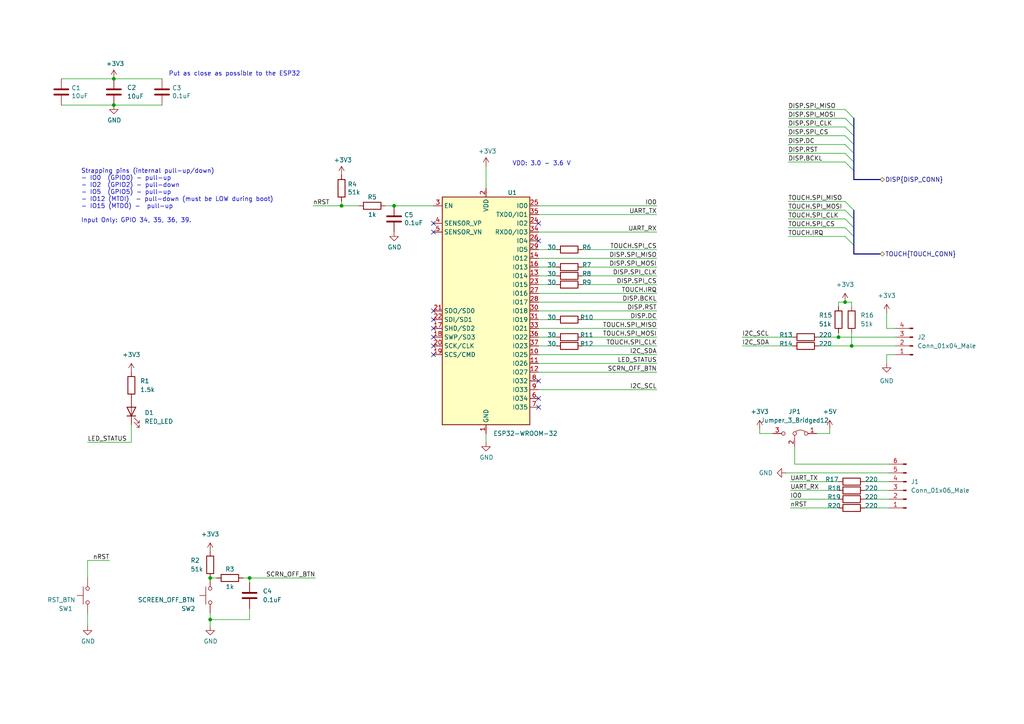
<source format=kicad_sch>
(kicad_sch (version 20211123) (generator eeschema)
  (paper "A4")
  (title_block (title "MCU") (date "2022/01/18") (rev "v0.1") (company "Bzgec"))
  (lib_symbols
    (symbol "Connector:Conn_01x04_Male" (pin_names (offset 1.016) hide)
      (property "Reference" "J" (at 0 5.08 0))
      (property "Value" "Conn_01x04_Male" (at 0 -7.62 0))
      (symbol "Conn_01x04_Male_1_1"
        (polyline (pts (xy 1.27 -5.08) (xy 0.8636 -5.08)) (stroke (width 0.1524)))
        (polyline (pts (xy 1.27 -2.54) (xy 0.8636 -2.54)) (stroke (width 0.1524)))
        (polyline (pts (xy 1.27 0) (xy 0.8636 0)) (stroke (width 0.1524)))
        (polyline (pts (xy 1.27 2.54) (xy 0.8636 2.54)) (stroke (width 0.1524)))
        (rectangle (start 0.8636 -4.953) (end 0 -5.207) (stroke (width 0.1524)) (fill (type outline)))
        (rectangle (start 0.8636 -2.413) (end 0 -2.667) (stroke (width 0.1524)) (fill (type outline)))
        (rectangle (start 0.8636 0.127) (end 0 -0.127) (stroke (width 0.1524)) (fill (type outline)))
        (rectangle (start 0.8636 2.667) (end 0 2.413) (stroke (width 0.1524)) (fill (type outline)))
        (pin passive line (at 5.08 2.54 180) (length 3.81) (name "Pin_1") (number "1"))
        (pin passive line (at 5.08 0 180) (length 3.81) (name "Pin_2") (number "2"))
        (pin passive line (at 5.08 -2.54 180) (length 3.81) (name "Pin_3") (number "3"))
        (pin passive line (at 5.08 -5.08 180) (length 3.81) (name "Pin_4") (number "4"))
      )
    )
    (symbol "Connector:Conn_01x06_Male" (pin_names (offset 1.016) hide)
      (property "Reference" "J" (at 0 7.62 0))
      (property "Value" "Conn_01x06_Male" (at 0 -10.16 0))
      (symbol "Conn_01x06_Male_1_1"
        (polyline (pts (xy 1.27 -7.62) (xy 0.8636 -7.62)) (stroke (width 0.1524)))
        (polyline (pts (xy 1.27 -5.08) (xy 0.8636 -5.08)) (stroke (width 0.1524)))
        (polyline (pts (xy 1.27 -2.54) (xy 0.8636 -2.54)) (stroke (width 0.1524)))
        (polyline (pts (xy 1.27 0) (xy 0.8636 0)) (stroke (width 0.1524)))
        (polyline (pts (xy 1.27 2.54) (xy 0.8636 2.54)) (stroke (width 0.1524)))
        (polyline (pts (xy 1.27 5.08) (xy 0.8636 5.08)) (stroke (width 0.1524)))
        (rectangle (start 0.8636 -7.493) (end 0 -7.747) (stroke (width 0.1524)) (fill (type outline)))
        (rectangle (start 0.8636 -4.953) (end 0 -5.207) (stroke (width 0.1524)) (fill (type outline)))
        (rectangle (start 0.8636 -2.413) (end 0 -2.667) (stroke (width 0.1524)) (fill (type outline)))
        (rectangle (start 0.8636 0.127) (end 0 -0.127) (stroke (width 0.1524)) (fill (type outline)))
        (rectangle (start 0.8636 2.667) (end 0 2.413) (stroke (width 0.1524)) (fill (type outline)))
        (rectangle (start 0.8636 5.207) (end 0 4.953) (stroke (width 0.1524)) (fill (type outline)))
        (pin passive line (at 5.08 5.08 180) (length 3.81) (name "Pin_1") (number "1"))
        (pin passive line (at 5.08 2.54 180) (length 3.81) (name "Pin_2") (number "2"))
        (pin passive line (at 5.08 0 180) (length 3.81) (name "Pin_3") (number "3"))
        (pin passive line (at 5.08 -2.54 180) (length 3.81) (name "Pin_4") (number "4"))
        (pin passive line (at 5.08 -5.08 180) (length 3.81) (name "Pin_5") (number "5"))
        (pin passive line (at 5.08 -7.62 180) (length 3.81) (name "Pin_6") (number "6"))
      )
    )
    (symbol "Device:C" (pin_numbers hide) (pin_names (offset 0.254))
      (property "Reference" "C" (at 0.635 2.54 0))
      (property "Value" "C" (at 0.635 -2.54 0))
      (symbol "C_0_1"
        (polyline (pts (xy -2.032 -0.762) (xy 2.032 -0.762)) (stroke (width 0.508)))
        (polyline (pts (xy -2.032 0.762) (xy 2.032 0.762)) (stroke (width 0.508)))
      )
      (symbol "C_1_1"
        (pin passive line (at 0 3.81 270) (length 2.794) (name "~") (number "1"))
        (pin passive line (at 0 -3.81 90) (length 2.794) (name "~") (number "2"))
      )
    )
    (symbol "Device:LED" (pin_numbers hide) (pin_names (offset 1.016) hide)
      (property "Reference" "D" (at 0 2.54 0))
      (property "Value" "LED" (at 0 -2.54 0))
      (symbol "LED_0_1"
        (polyline (pts (xy -1.27 -1.27) (xy -1.27 1.27)) (stroke (width 0.254)))
        (polyline (pts (xy -1.27 0) (xy 1.27 0)))
        (polyline (pts (xy 1.27 -1.27) (xy 1.27 1.27) (xy -1.27 0) (xy 1.27 -1.27)) (stroke (width 0.254)))
        (polyline (pts (xy -3.048 -0.762) (xy -4.572 -2.286) (xy -3.81 -2.286) (xy -4.572 -2.286) (xy -4.572 -1.524)))
        (polyline (pts (xy -1.778 -0.762) (xy -3.302 -2.286) (xy -2.54 -2.286) (xy -3.302 -2.286) (xy -3.302 -1.524)))
      )
      (symbol "LED_1_1"
        (pin passive line (at -3.81 0 0) (length 2.54) (name "K") (number "1"))
        (pin passive line (at 3.81 0 180) (length 2.54) (name "A") (number "2"))
      )
    )
    (symbol "Device:R" (pin_numbers hide) (pin_names (offset 0))
      (property "Reference" "R" (at 2.032 0 90))
      (property "Value" "R" (at 0 0 90))
      (symbol "R_0_1"
        (rectangle (start -1.016 -2.54) (end 1.016 2.54) (stroke (width 0.254)))
      )
      (symbol "R_1_1"
        (pin passive line (at 0 3.81 270) (length 1.27) (name "~") (number "1"))
        (pin passive line (at 0 -3.81 90) (length 1.27) (name "~") (number "2"))
      )
    )
    (symbol "Jumper:Jumper_3_Bridged12" (pin_names (offset 0) hide)
      (property "Reference" "JP" (at -2.54 -2.54 0))
      (property "Value" "Jumper_3_Bridged12" (at 0 2.794 0))
      (symbol "Jumper_3_Bridged12_0_0"
        (circle (center -3.302 0) (radius 0.508))
        (circle (center 0 0) (radius 0.508))
        (circle (center 3.302 0) (radius 0.508))
      )
      (symbol "Jumper_3_Bridged12_0_1"
        (arc (start -0.254 0.508) (mid -1.651 0.9912) (end -3.048 0.508))
        (polyline (pts (xy 0 -1.27) (xy 0 -0.508)))
      )
      (symbol "Jumper_3_Bridged12_1_1"
        (pin passive line (at -6.35 0 0) (length 2.54) (name "A") (number "1"))
        (pin input line (at 0 -3.81 90) (length 2.54) (name "C") (number "2"))
        (pin passive line (at 6.35 0 180) (length 2.54) (name "B") (number "3"))
      )
    )
    (symbol "RF_Module:ESP32-WROOM-32"
      (property "Reference" "U" (at -12.7 34.29 0))
      (property "Value" "ESP32-WROOM-32" (at 1.27 34.29 0))
      (symbol "ESP32-WROOM-32_0_1"
        (rectangle (start -12.7 33.02) (end 12.7 -33.02) (stroke (width 0.254)) (fill (type background)))
      )
      (symbol "ESP32-WROOM-32_1_1"
        (pin power_in line (at 0 -35.56 90) (length 2.54) (name "GND") (number "1"))
        (pin bidirectional line (at 15.24 -12.7 180) (length 2.54) (name "IO25") (number "10"))
        (pin bidirectional line (at 15.24 -15.24 180) (length 2.54) (name "IO26") (number "11"))
        (pin bidirectional line (at 15.24 -17.78 180) (length 2.54) (name "IO27") (number "12"))
        (pin bidirectional line (at 15.24 10.16 180) (length 2.54) (name "IO14") (number "13"))
        (pin bidirectional line (at 15.24 15.24 180) (length 2.54) (name "IO12") (number "14"))
        (pin passive line (at 0 -35.56 90) (length 2.54) hide (name "GND") (number "15"))
        (pin bidirectional line (at 15.24 12.7 180) (length 2.54) (name "IO13") (number "16"))
        (pin bidirectional line (at -15.24 -5.08 0) (length 2.54) (name "SHD/SD2") (number "17"))
        (pin bidirectional line (at -15.24 -7.62 0) (length 2.54) (name "SWP/SD3") (number "18"))
        (pin bidirectional line (at -15.24 -12.7 0) (length 2.54) (name "SCS/CMD") (number "19"))
        (pin power_in line (at 0 35.56 270) (length 2.54) (name "VDD") (number "2"))
        (pin bidirectional line (at -15.24 -10.16 0) (length 2.54) (name "SCK/CLK") (number "20"))
        (pin bidirectional line (at -15.24 0 0) (length 2.54) (name "SDO/SD0") (number "21"))
        (pin bidirectional line (at -15.24 -2.54 0) (length 2.54) (name "SDI/SD1") (number "22"))
        (pin bidirectional line (at 15.24 7.62 180) (length 2.54) (name "IO15") (number "23"))
        (pin bidirectional line (at 15.24 25.4 180) (length 2.54) (name "IO2") (number "24"))
        (pin bidirectional line (at 15.24 30.48 180) (length 2.54) (name "IO0") (number "25"))
        (pin bidirectional line (at 15.24 20.32 180) (length 2.54) (name "IO4") (number "26"))
        (pin bidirectional line (at 15.24 5.08 180) (length 2.54) (name "IO16") (number "27"))
        (pin bidirectional line (at 15.24 2.54 180) (length 2.54) (name "IO17") (number "28"))
        (pin bidirectional line (at 15.24 17.78 180) (length 2.54) (name "IO5") (number "29"))
        (pin input line (at -15.24 30.48 0) (length 2.54) (name "EN") (number "3"))
        (pin bidirectional line (at 15.24 0 180) (length 2.54) (name "IO18") (number "30"))
        (pin bidirectional line (at 15.24 -2.54 180) (length 2.54) (name "IO19") (number "31"))
        (pin no_connect line (at -12.7 -27.94 0) (length 2.54) hide (name "NC") (number "32"))
        (pin bidirectional line (at 15.24 -5.08 180) (length 2.54) (name "IO21") (number "33"))
        (pin bidirectional line (at 15.24 22.86 180) (length 2.54) (name "RXD0/IO3") (number "34"))
        (pin bidirectional line (at 15.24 27.94 180) (length 2.54) (name "TXD0/IO1") (number "35"))
        (pin bidirectional line (at 15.24 -7.62 180) (length 2.54) (name "IO22") (number "36"))
        (pin bidirectional line (at 15.24 -10.16 180) (length 2.54) (name "IO23") (number "37"))
        (pin passive line (at 0 -35.56 90) (length 2.54) hide (name "GND") (number "38"))
        (pin passive line (at 0 -35.56 90) (length 2.54) hide (name "GND") (number "39"))
        (pin input line (at -15.24 25.4 0) (length 2.54) (name "SENSOR_VP") (number "4"))
        (pin input line (at -15.24 22.86 0) (length 2.54) (name "SENSOR_VN") (number "5"))
        (pin input line (at 15.24 -25.4 180) (length 2.54) (name "IO34") (number "6"))
        (pin input line (at 15.24 -27.94 180) (length 2.54) (name "IO35") (number "7"))
        (pin bidirectional line (at 15.24 -20.32 180) (length 2.54) (name "IO32") (number "8"))
        (pin bidirectional line (at 15.24 -22.86 180) (length 2.54) (name "IO33") (number "9"))
      )
    )
    (symbol "Switch:SW_Push" (pin_numbers hide) (pin_names (offset 1.016) hide)
      (property "Reference" "SW" (at 1.27 2.54 0))
      (property "Value" "SW_Push" (at 0 -1.524 0))
      (symbol "SW_Push_0_1"
        (circle (center -2.032 0) (radius 0.508))
        (polyline (pts (xy 0 1.27) (xy 0 3.048)))
        (polyline (pts (xy 2.54 1.27) (xy -2.54 1.27)))
        (circle (center 2.032 0) (radius 0.508))
        (pin passive line (at -5.08 0 0) (length 2.54) (name "1") (number "1"))
        (pin passive line (at 5.08 0 180) (length 2.54) (name "2") (number "2"))
      )
    )
    (symbol "power:+3.3V" (power) (pin_names (offset 0))
      (property "Value" "+3.3V" (at 0 3.556 0))
      (symbol "+3.3V_0_1"
        (polyline (pts (xy -0.762 1.27) (xy 0 2.54)))
        (polyline (pts (xy 0 0) (xy 0 2.54)))
        (polyline (pts (xy 0 2.54) (xy 0.762 1.27)))
      )
      (symbol "+3.3V_1_1"
        (pin power_in line (at 0 0 90) (length 0) hide (name "+3V3") (number "1"))
      )
    )
    (symbol "power:+5V" (power) (pin_names (offset 0))
      (property "Value" "+5V" (at 0 3.556 0))
      (symbol "+5V_0_1"
        (polyline (pts (xy -0.762 1.27) (xy 0 2.54)))
        (polyline (pts (xy 0 0) (xy 0 2.54)))
        (polyline (pts (xy 0 2.54) (xy 0.762 1.27)))
      )
      (symbol "+5V_1_1"
        (pin power_in line (at 0 0 90) (length 0) hide (name "+5V") (number "1"))
      )
    )
    (symbol "power:GND" (power) (pin_names (offset 0))
      (property "Value" "GND" (at 0 -3.81 0))
      (symbol "GND_0_1"
        (polyline (pts (xy 0 0) (xy 0 -1.27) (xy 1.27 -1.27) (xy 0 -2.54) (xy -1.27 -1.27) (xy 0 -1.27)))
      )
      (symbol "GND_1_1"
        (pin power_in line (at 0 0 270) (length 0) hide (name "GND") (number "1"))
      )
    )
  )
  (bus_alias "TOUCH_CONN" (members "SPI_MISO" "SPI_MOSI" "SPI_CLK" "SPI_CS" "IRQ"))
  (junction (at 33.02 22.86))
  (junction (at 245.11 87.63))
  (junction (at 60.96 167.64))
  (junction (at 60.96 179.705))
  (junction (at 247.015 100.33))
  (junction (at 243.205 97.79))
  (junction (at 72.39 167.64))
  (junction (at 99.06 59.69))
  (junction (at 114.3 59.69))
  (junction (at 33.02 30.48))
  (no_connect (at 125.73 97.79))
  (no_connect (at 125.73 95.25))
  (no_connect (at 156.21 115.57))
  (no_connect (at 156.21 118.11))
  (no_connect (at 125.73 67.31))
  (no_connect (at 125.73 100.33))
  (no_connect (at 156.21 64.77))
  (no_connect (at 156.21 69.85))
  (no_connect (at 125.73 90.17))
  (no_connect (at 125.73 64.77))
  (no_connect (at 125.73 92.71))
  (no_connect (at 156.21 110.49))
  (no_connect (at 125.73 102.87))
  (bus_entry (at 245.11 60.96) (size 2.54 2.54))
  (bus_entry (at 245.11 34.29) (size 2.54 2.54))
  (bus_entry (at 245.11 68.58) (size 2.54 2.54))
  (bus_entry (at 245.11 41.91) (size 2.54 2.54))
  (bus_entry (at 245.11 66.04) (size 2.54 2.54))
  (bus_entry (at 245.11 63.5) (size 2.54 2.54))
  (bus_entry (at 245.11 39.37) (size 2.54 2.54))
  (bus_entry (at 245.11 46.99) (size 2.54 2.54))
  (bus_entry (at 245.11 58.42) (size 2.54 2.54))
  (bus_entry (at 245.11 31.75) (size 2.54 2.54))
  (bus_entry (at 245.11 36.83) (size 2.54 2.54))
  (bus_entry (at 245.11 44.45) (size 2.54 2.54))
  (wire (pts (xy 243.205 97.79) (xy 259.715 97.79)))
  (wire (pts (xy 245.11 60.96) (xy 228.6 60.96)))
  (wire (pts (xy 156.21 85.09) (xy 190.5 85.09)))
  (wire (pts (xy 228.6 46.99) (xy 245.11 46.99)))
  (wire (pts (xy 33.02 22.86) (xy 46.99 22.86)))
  (wire (pts (xy 257.175 105.41) (xy 257.175 102.87)))
  (wire (pts (xy 99.06 59.69) (xy 104.14 59.69)))
  (wire (pts (xy 17.78 22.86) (xy 33.02 22.86)))
  (wire (pts (xy 245.11 87.63) (xy 247.015 87.63)))
  (wire (pts (xy 90.805 59.69) (xy 99.06 59.69)))
  (bus (pts (xy 247.65 39.37) (xy 247.65 41.91)))
  (wire (pts (xy 245.11 39.37) (xy 228.6 39.37)))
  (wire (pts (xy 227.965 137.16) (xy 257.81 137.16)))
  (wire (pts (xy 156.21 107.95) (xy 190.5 107.95)))
  (wire (pts (xy 156.21 67.31) (xy 190.5 67.31)))
  (wire (pts (xy 156.21 113.03) (xy 190.5 113.03)))
  (wire (pts (xy 247.015 100.33) (xy 259.715 100.33)))
  (bus (pts (xy 247.65 49.53) (xy 247.65 52.07)))
  (wire (pts (xy 72.39 176.53) (xy 72.39 179.705)))
  (bus (pts (xy 247.65 60.96) (xy 247.65 63.5)))
  (wire (pts (xy 60.96 179.705) (xy 60.96 181.61)))
  (wire (pts (xy 99.06 58.42) (xy 99.06 59.69)))
  (bus (pts (xy 247.65 73.66) (xy 255.27 73.66)))
  (wire (pts (xy 228.6 36.83) (xy 245.11 36.83)))
  (wire (pts (xy 229.235 147.32) (xy 243.205 147.32)))
  (wire (pts (xy 236.855 125.73) (xy 240.665 125.73)))
  (wire (pts (xy 228.6 31.75) (xy 245.11 31.75)))
  (wire (pts (xy 168.91 82.55) (xy 190.5 82.55)))
  (bus (pts (xy 247.65 71.12) (xy 247.65 73.66)))
  (wire (pts (xy 237.49 97.79) (xy 243.205 97.79)))
  (bus (pts (xy 247.65 46.99) (xy 247.65 49.53)))
  (wire (pts (xy 25.4 162.56) (xy 25.4 167.64)))
  (wire (pts (xy 228.6 41.91) (xy 245.11 41.91)))
  (wire (pts (xy 243.205 87.63) (xy 243.205 88.9)))
  (wire (pts (xy 156.21 95.25) (xy 190.5 95.25)))
  (wire (pts (xy 111.76 59.69) (xy 114.3 59.69)))
  (wire (pts (xy 140.97 128.27) (xy 140.97 125.73)))
  (bus (pts (xy 247.65 34.29) (xy 247.65 36.83)))
  (wire (pts (xy 247.015 96.52) (xy 247.015 100.33)))
  (wire (pts (xy 33.02 30.48) (xy 46.99 30.48)))
  (bus (pts (xy 247.65 41.91) (xy 247.65 44.45)))
  (bus (pts (xy 247.65 63.5) (xy 247.65 66.04)))
  (wire (pts (xy 72.39 167.64) (xy 72.39 168.91)))
  (wire (pts (xy 245.11 66.04) (xy 228.6 66.04)))
  (wire (pts (xy 220.345 124.46) (xy 220.345 125.73)))
  (wire (pts (xy 156.21 72.39) (xy 161.29 72.39)))
  (wire (pts (xy 257.81 139.7) (xy 250.825 139.7)))
  (wire (pts (xy 168.91 97.79) (xy 190.5 97.79)))
  (wire (pts (xy 243.205 96.52) (xy 243.205 97.79)))
  (wire (pts (xy 156.21 87.63) (xy 190.5 87.63)))
  (wire (pts (xy 25.4 177.8) (xy 25.4 181.61)))
  (wire (pts (xy 257.81 142.24) (xy 250.825 142.24)))
  (wire (pts (xy 168.91 80.01) (xy 190.5 80.01)))
  (wire (pts (xy 168.91 77.47) (xy 190.5 77.47)))
  (wire (pts (xy 60.96 179.705) (xy 72.39 179.705)))
  (wire (pts (xy 257.175 102.87) (xy 259.715 102.87)))
  (wire (pts (xy 17.78 30.48) (xy 33.02 30.48)))
  (wire (pts (xy 228.6 63.5) (xy 245.11 63.5)))
  (bus (pts (xy 247.65 36.83) (xy 247.65 39.37)))
  (wire (pts (xy 38.1 128.27) (xy 25.4 128.27)))
  (wire (pts (xy 215.265 97.79) (xy 229.87 97.79)))
  (wire (pts (xy 156.21 74.93) (xy 190.5 74.93)))
  (wire (pts (xy 228.6 68.58) (xy 245.11 68.58)))
  (wire (pts (xy 168.91 72.39) (xy 190.5 72.39)))
  (wire (pts (xy 229.235 142.24) (xy 243.205 142.24)))
  (wire (pts (xy 245.11 34.29) (xy 228.6 34.29)))
  (wire (pts (xy 156.21 92.71) (xy 161.29 92.71)))
  (wire (pts (xy 140.97 48.26) (xy 140.97 54.61)))
  (wire (pts (xy 228.6 58.42) (xy 245.11 58.42)))
  (wire (pts (xy 72.39 167.64) (xy 91.44 167.64)))
  (wire (pts (xy 220.345 125.73) (xy 224.155 125.73)))
  (bus (pts (xy 247.65 44.45) (xy 247.65 46.99)))
  (wire (pts (xy 156.21 100.33) (xy 161.29 100.33)))
  (wire (pts (xy 230.505 129.54) (xy 230.505 134.62)))
  (wire (pts (xy 25.4 162.56) (xy 31.75 162.56)))
  (wire (pts (xy 125.73 59.69) (xy 114.3 59.69)))
  (wire (pts (xy 168.91 100.33) (xy 190.5 100.33)))
  (wire (pts (xy 245.11 87.63) (xy 243.205 87.63)))
  (wire (pts (xy 60.96 177.8) (xy 60.96 179.705)))
  (wire (pts (xy 229.235 139.7) (xy 243.205 139.7)))
  (wire (pts (xy 168.91 92.71) (xy 190.5 92.71)))
  (wire (pts (xy 38.1 123.19) (xy 38.1 128.27)))
  (wire (pts (xy 156.21 62.23) (xy 190.5 62.23)))
  (bus (pts (xy 247.65 52.07) (xy 255.27 52.07)))
  (wire (pts (xy 156.21 80.01) (xy 161.29 80.01)))
  (bus (pts (xy 247.65 66.04) (xy 247.65 68.58)))
  (wire (pts (xy 156.21 90.17) (xy 190.5 90.17)))
  (wire (pts (xy 156.21 97.79) (xy 161.29 97.79)))
  (wire (pts (xy 156.21 77.47) (xy 161.29 77.47)))
  (wire (pts (xy 156.21 82.55) (xy 161.29 82.55)))
  (wire (pts (xy 240.665 125.73) (xy 240.665 124.46)))
  (wire (pts (xy 245.11 44.45) (xy 228.6 44.45)))
  (wire (pts (xy 257.175 95.25) (xy 259.715 95.25)))
  (wire (pts (xy 229.235 144.78) (xy 243.205 144.78)))
  (wire (pts (xy 70.485 167.64) (xy 72.39 167.64)))
  (wire (pts (xy 257.81 144.78) (xy 250.825 144.78)))
  (wire (pts (xy 257.81 147.32) (xy 250.825 147.32)))
  (wire (pts (xy 215.265 100.33) (xy 229.87 100.33)))
  (wire (pts (xy 156.21 59.69) (xy 190.5 59.69)))
  (bus (pts (xy 247.65 68.58) (xy 247.65 71.12)))
  (wire (pts (xy 230.505 134.62) (xy 257.81 134.62)))
  (wire (pts (xy 156.21 105.41) (xy 190.5 105.41)))
  (wire (pts (xy 60.96 167.64) (xy 62.865 167.64)))
  (wire (pts (xy 156.21 102.87) (xy 190.5 102.87)))
  (wire (pts (xy 257.175 90.805) (xy 257.175 95.25)))
  (wire (pts (xy 247.015 87.63) (xy 247.015 88.9)))
  (wire (pts (xy 237.49 100.33) (xy 247.015 100.33)))
  (text "Put as close as possible to the ESP32" (at 48.895 22.225 0) (effects (font (size 1.27 1.27)) (justify left bottom)))
  (text "Strapping pins (internal pull-up/down)\n- IO0  (GPIO0) - pull-up\n- IO2  (GPIO2) - pull-down\n- IO5  (GPIO5) - pull-up\n- IO12 (MTDI)  - pull-down (must be LOW during boot)\n- IO15 (MTDO) -  pull-up\n\nInput Only: GPIO 34, 35, 36, 39." (at 23.495 64.77 0) (effects (font (size 1.27 1.27)) (justify left bottom)))
  (text "VDD: 3.0 - 3.6 V" (at 148.59 48.26 0) (effects (font (size 1.27 1.27)) (justify left bottom)))
  (label "UART_TX" (at 190.5 62.23 180))
  (label "nRST" (at 31.75 162.56 180))
  (label "SCRN_OFF_BTN" (at 91.44 167.64 180))
  (label "DISP.BCKL" (at 190.5 87.63 180))
  (label "DISP.SPI_CS" (at 228.6 39.37 0))
  (label "UART_RX" (at 190.5 67.31 180))
  (label "TOUCH.SPI_MISO" (at 228.6 58.42 0))
  (label "TOUCH.IRQ" (at 228.6 68.58 0))
  (label "DISP.SPI_CLK" (at 190.5 80.01 180))
  (label "TOUCH.IRQ" (at 190.5 85.09 180))
  (label "TOUCH.SPI_CS" (at 228.6 66.04 0))
  (label "IO0" (at 229.235 144.78 0))
  (label "I2C_SCL" (at 215.265 97.79 0))
  (label "DISP.SPI_MOSI" (at 190.5 77.47 180))
  (label "LED_STATUS" (at 190.5 105.41 180))
  (label "TOUCH.SPI_CLK" (at 228.6 63.5 0))
  (label "I2C_SDA" (at 215.265 100.33 0))
  (label "DISP.SPI_CLK" (at 228.6 36.83 0))
  (label "nRST" (at 229.235 147.32 0))
  (label "DISP.DC" (at 228.6 41.91 0))
  (label "TOUCH.SPI_MISO" (at 190.5 95.25 180))
  (label "TOUCH.SPI_CLK" (at 190.5 100.33 180))
  (label "TOUCH.SPI_MOSI" (at 228.6 60.96 0))
  (label "DISP.BCKL" (at 228.6 46.99 0))
  (label "DISP.DC" (at 190.5 92.71 180))
  (label "I2C_SDA" (at 190.5 102.87 180))
  (label "I2C_SCL" (at 190.5 113.03 180))
  (label "DISP.SPI_MISO" (at 228.6 31.75 0))
  (label "LED_STATUS" (at 25.4 128.27 0))
  (label "DISP.SPI_MOSI" (at 228.6 34.29 0))
  (label "UART_RX" (at 229.235 142.24 0))
  (label "DISP.SPI_CS" (at 190.5 82.55 180))
  (label "DISP.SPI_MISO" (at 190.5 74.93 180))
  (label "nRST" (at 90.805 59.69 0))
  (label "DISP.RST" (at 228.6 44.45 0))
  (label "TOUCH.SPI_CS" (at 190.5 72.39 180))
  (label "DISP.RST" (at 190.5 90.17 180))
  (label "IO0" (at 190.5 59.69 180))
  (label "TOUCH.SPI_MOSI" (at 190.5 97.79 180))
  (label "UART_TX" (at 229.235 139.7 0))
  (label "SCRN_OFF_BTN" (at 190.5 107.95 180))
  (hierarchical_label "DISP{DISP_CONN}" (shape bidirectional) (at 255.27 52.07 0))
  (hierarchical_label "TOUCH{TOUCH_CONN}" (shape bidirectional) (at 255.27 73.66 0))
  (symbol (lib_id "RF_Module:ESP32-WROOM-32") (at 140.97 90.17 0) (unit 1)
    (property "Reference" "U1" (at 148.59 55.88 0))
    (property "Value" "ESP32-WROOM-32" (at 152.4 125.73 0))
    (property "Footprint" "RF_Module:ESP32-WROOM-32" (effects hide))
    (property "Datasheet" "https://www.espressif.com/sites/default/files/documentation/esp32-wroom-32_datasheet_en.pdf" (effects hide))
  )
  (symbol (lib_id "Device:R") (at 99.06 54.61 0) (unit 1)
    (property "Reference" "R4" (at 100.838 53.4416 0) (effects (justify left)))
    (property "Value" "51k" (at 100.838 55.753 0) (effects (justify left)))
    (property "Footprint" "Resistor_SMD:R_0603_1608Metric_Pad0.98x0.95mm_HandSolder" (effects hide))
  )
  (symbol (lib_id "Device:C") (at 114.3 63.5 0) (unit 1)
    (property "Reference" "C5" (at 117.221 62.3316 0) (effects (justify left)))
    (property "Value" "0.1uF" (at 117.221 64.643 0) (effects (justify left)))
    (property "Footprint" "Capacitor_SMD:C_0603_1608Metric_Pad1.08x0.95mm_HandSolder" (effects hide))
  )
  (symbol (lib_id "power:GND") (at 114.3 67.31 0) (unit 1)
    (property "Reference" "#PWR08" (effects hide))
    (property "Value" "GND" (at 114.427 71.7042 0))
  )
  (symbol (lib_id "power:+3.3V") (at 99.06 50.8 0) (unit 1)
    (property "Reference" "#PWR07" (effects hide))
    (property "Value" "+3.3V" (at 99.441 46.4058 0))
  )
  (symbol (lib_id "power:+3.3V") (at 140.97 48.26 0) (unit 1)
    (property "Reference" "#PWR09" (effects hide))
    (property "Value" "+3.3V" (at 141.351 43.8658 0))
  )
  (symbol (lib_id "power:GND") (at 140.97 128.27 0) (unit 1)
    (property "Reference" "#PWR010" (effects hide))
    (property "Value" "GND" (at 141.097 132.6642 0))
  )
  (symbol (lib_id "Device:C") (at 17.78 26.67 0) (unit 1)
    (property "Reference" "C1" (at 20.701 25.5016 0) (effects (justify left)))
    (property "Value" "10uF" (at 20.701 27.813 0) (effects (justify left)))
    (property "Footprint" "Capacitor_SMD:C_0603_1608Metric_Pad1.08x0.95mm_HandSolder" (effects hide))
  )
  (symbol (lib_id "Device:C") (at 46.99 26.67 0) (unit 1)
    (property "Reference" "C3" (at 49.911 25.5016 0) (effects (justify left)))
    (property "Value" "0.1uF" (at 49.911 27.813 0) (effects (justify left)))
    (property "Footprint" "Capacitor_SMD:C_0603_1608Metric_Pad1.08x0.95mm_HandSolder" (effects hide))
  )
  (symbol (lib_id "power:GND") (at 33.02 30.48 0) (unit 1)
    (property "Reference" "#PWR03" (effects hide))
    (property "Value" "GND" (at 33.147 34.8742 0))
  )
  (symbol (lib_id "power:+3.3V") (at 33.02 22.86 0) (unit 1)
    (property "Reference" "#PWR02" (effects hide))
    (property "Value" "+3.3V" (at 33.401 18.4658 0))
  )
  (symbol (lib_id "Switch:SW_Push") (at 25.4 172.72 90) (mirror x) (unit 1)
    (property "Reference" "SW1" (at 19.05 176.53 90))
    (property "Value" "RST_BTN" (at 17.78 173.99 90))
    (property "Footprint" "Button_Switch_THT:SW_Tactile_SPST_Angled_PTS645Vx83-2LFS" (effects hide))
  )
  (symbol (lib_id "power:GND") (at 25.4 181.61 0) (unit 1)
    (property "Reference" "#PWR01" (effects hide))
    (property "Value" "GND" (at 25.527 186.0042 0))
  )
  (symbol (lib_id "Switch:SW_Push") (at 60.96 172.72 90) (mirror x) (unit 1)
    (property "Reference" "SW2" (at 54.61 176.53 90))
    (property "Value" "SCREEN_OFF_BTN" (at 48.26 173.99 90))
    (property "Footprint" "Button_Switch_THT:SW_Tactile_SPST_Angled_PTS645Vx83-2LFS" (effects hide))
  )
  (symbol (lib_id "power:GND") (at 60.96 181.61 0) (unit 1)
    (property "Reference" "#PWR06" (effects hide))
    (property "Value" "GND" (at 61.087 186.0042 0))
  )
  (symbol (lib_id "Device:R") (at 107.95 59.69 90) (unit 1)
    (property "Reference" "R5" (at 107.95 57.15 90))
    (property "Value" "1k" (at 107.95 62.23 90))
    (property "Footprint" "Resistor_SMD:R_0603_1608Metric_Pad0.98x0.95mm_HandSolder" (effects hide))
  )
  (symbol (lib_id "Device:R") (at 247.015 144.78 90) (unit 1)
    (property "Reference" "R19" (at 241.935 144.145 90))
    (property "Value" "220" (at 252.73 144.145 90))
    (property "Footprint" "Resistor_SMD:R_0603_1608Metric_Pad0.98x0.95mm_HandSolder" (effects hide))
  )
  (symbol (lib_id "Device:R") (at 165.1 92.71 90) (unit 1)
    (property "Reference" "R10" (at 170.18 92.075 90))
    (property "Value" "30" (at 160.02 92.075 90))
    (property "Footprint" "Resistor_SMD:R_0603_1608Metric_Pad0.98x0.95mm_HandSolder" (effects hide))
  )
  (symbol (lib_id "Device:LED") (at 38.1 119.38 90) (unit 1)
    (property "Reference" "D1" (at 41.91 119.6974 90) (effects (justify right)))
    (property "Value" "RED_LED" (at 41.91 122.2374 90) (effects (justify right)))
    (property "Footprint" "Diode_SMD:D_0603_1608Metric_Pad1.05x0.95mm_HandSolder" (effects hide))
    (property "Datasheet" "https://www.we-online.com/katalog/datasheet/150060RS75000.pdf" (effects hide))
  )
  (symbol (lib_id "Device:C") (at 33.02 26.67 0) (unit 1)
    (property "Reference" "C2" (at 36.83 25.3999 0) (effects (justify left)))
    (property "Value" "10uF" (at 36.83 27.9399 0) (effects (justify left)))
    (property "Footprint" "Capacitor_SMD:C_0603_1608Metric_Pad1.08x0.95mm_HandSolder" (effects hide))
  )
  (symbol (lib_id "power:+5V") (at 240.665 124.46 0) (unit 1)
    (property "Reference" "#PWR013" (effects hide))
    (property "Value" "+5V" (at 240.665 119.38 0))
  )
  (symbol (lib_id "Device:R") (at 233.68 100.33 90) (unit 1)
    (property "Reference" "R14" (at 227.965 99.695 90))
    (property "Value" "220" (at 239.395 99.695 90))
    (property "Footprint" "Resistor_SMD:R_0603_1608Metric_Pad0.98x0.95mm_HandSolder" (effects hide))
  )
  (symbol (lib_id "power:GND") (at 227.965 137.16 270) (unit 1)
    (property "Reference" "#PWR012" (effects hide))
    (property "Value" "GND" (at 224.155 137.1599 90) (effects (justify right)))
  )
  (symbol (lib_id "power:+3.3V") (at 60.96 160.02 0) (unit 1)
    (property "Reference" "#PWR05" (effects hide))
    (property "Value" "+3.3V" (at 60.96 154.94 0))
  )
  (symbol (lib_id "power:+3.3V") (at 38.1 107.95 0) (unit 1)
    (property "Reference" "#PWR04" (effects hide))
    (property "Value" "+3.3V" (at 38.1 102.87 0))
  )
  (symbol (lib_id "Jumper:Jumper_3_Bridged12") (at 230.505 125.73 0) (mirror y) (unit 1)
    (property "Reference" "JP1" (at 230.505 119.38 0))
    (property "Value" "Jumper_3_Bridged12" (at 230.505 121.92 0))
    (property "Footprint" "Jumper:SolderJumper-3_P1.3mm_Bridged12_RoundedPad1.0x1.5mm" (effects hide))
  )
  (symbol (lib_id "Device:R") (at 60.96 163.83 0) (unit 1)
    (property "Reference" "R2" (at 55.245 162.56 0) (effects (justify left)))
    (property "Value" "51k" (at 55.245 165.1 0) (effects (justify left)))
    (property "Footprint" "Resistor_SMD:R_0603_1608Metric_Pad0.98x0.95mm_HandSolder" (effects hide))
  )
  (symbol (lib_id "Device:R") (at 165.1 82.55 90) (unit 1)
    (property "Reference" "R9" (at 170.18 81.915 90))
    (property "Value" "30" (at 160.02 81.915 90))
    (property "Footprint" "Resistor_SMD:R_0603_1608Metric_Pad0.98x0.95mm_HandSolder" (effects hide))
  )
  (symbol (lib_id "power:GND") (at 257.175 105.41 0) (unit 1)
    (property "Reference" "#PWR016" (effects hide))
    (property "Value" "GND" (at 257.175 110.49 0))
  )
  (symbol (lib_id "Connector:Conn_01x06_Male") (at 262.89 142.24 180) (unit 1)
    (property "Reference" "J1" (at 264.16 139.6999 0) (effects (justify right)))
    (property "Value" "Conn_01x06_Male" (at 264.16 142.2399 0) (effects (justify right)))
    (property "Footprint" "Connector_PinHeader_2.54mm:PinHeader_1x06_P2.54mm_Horizontal" (effects hide))
  )
  (symbol (lib_id "power:+3.3V") (at 257.175 90.805 0) (unit 1)
    (property "Reference" "#PWR015" (effects hide))
    (property "Value" "+3.3V" (at 257.175 85.725 0))
  )
  (symbol (lib_id "Device:R") (at 243.205 92.71 0) (unit 1)
    (property "Reference" "R15" (at 237.49 91.44 0) (effects (justify left)))
    (property "Value" "51k" (at 237.49 93.98 0) (effects (justify left)))
    (property "Footprint" "Resistor_SMD:R_0603_1608Metric_Pad0.98x0.95mm_HandSolder" (effects hide))
  )
  (symbol (lib_id "Device:R") (at 247.015 147.32 90) (unit 1)
    (property "Reference" "R20" (at 241.935 146.685 90))
    (property "Value" "220" (at 252.73 146.685 90))
    (property "Footprint" "Resistor_SMD:R_0603_1608Metric_Pad0.98x0.95mm_HandSolder" (effects hide))
  )
  (symbol (lib_id "Device:R") (at 247.015 142.24 90) (unit 1)
    (property "Reference" "R18" (at 241.935 141.605 90))
    (property "Value" "220" (at 252.73 141.605 90))
    (property "Footprint" "Resistor_SMD:R_0603_1608Metric_Pad0.98x0.95mm_HandSolder" (effects hide))
  )
  (symbol (lib_id "Device:R") (at 66.675 167.64 270) (unit 1)
    (property "Reference" "R3" (at 66.675 165.1 90))
    (property "Value" "1k" (at 66.675 170.18 90))
    (property "Footprint" "Resistor_SMD:R_0603_1608Metric_Pad0.98x0.95mm_HandSolder" (effects hide))
  )
  (symbol (lib_id "Device:R") (at 165.1 77.47 90) (unit 1)
    (property "Reference" "R7" (at 170.18 76.835 90))
    (property "Value" "30" (at 160.02 76.835 90))
    (property "Footprint" "Resistor_SMD:R_0603_1608Metric_Pad0.98x0.95mm_HandSolder" (effects hide))
  )
  (symbol (lib_id "Device:R") (at 38.1 111.76 0) (unit 1)
    (property "Reference" "R1" (at 40.64 110.4899 0) (effects (justify left)))
    (property "Value" "1.5k" (at 40.64 113.0299 0) (effects (justify left)))
    (property "Footprint" "Resistor_SMD:R_0603_1608Metric_Pad0.98x0.95mm_HandSolder" (effects hide))
  )
  (symbol (lib_id "Device:R") (at 165.1 80.01 90) (unit 1)
    (property "Reference" "R8" (at 170.18 79.375 90))
    (property "Value" "30" (at 160.02 79.375 90))
    (property "Footprint" "Resistor_SMD:R_0603_1608Metric_Pad0.98x0.95mm_HandSolder" (effects hide))
  )
  (symbol (lib_id "Device:R") (at 165.1 97.79 90) (unit 1)
    (property "Reference" "R11" (at 170.18 97.155 90))
    (property "Value" "30" (at 160.02 97.155 90))
    (property "Footprint" "Resistor_SMD:R_0603_1608Metric_Pad0.98x0.95mm_HandSolder" (effects hide))
  )
  (symbol (lib_id "power:+3.3V") (at 220.345 124.46 0) (unit 1)
    (property "Reference" "#PWR011" (effects hide))
    (property "Value" "+3.3V" (at 220.345 119.38 0))
  )
  (symbol (lib_id "Device:R") (at 165.1 100.33 90) (unit 1)
    (property "Reference" "R12" (at 170.18 99.695 90))
    (property "Value" "30" (at 160.02 99.695 90))
    (property "Footprint" "Resistor_SMD:R_0603_1608Metric_Pad0.98x0.95mm_HandSolder" (effects hide))
  )
  (symbol (lib_id "Connector:Conn_01x04_Male") (at 264.795 100.33 180) (unit 1)
    (property "Reference" "J2" (at 266.065 97.7899 0) (effects (justify right)))
    (property "Value" "Conn_01x04_Male" (at 266.065 100.3299 0) (effects (justify right)))
    (property "Footprint" "Connector_PinHeader_2.54mm:PinHeader_1x04_P2.54mm_Horizontal" (effects hide))
  )
  (symbol (lib_id "Device:R") (at 247.015 139.7 90) (unit 1)
    (property "Reference" "R17" (at 241.3 139.065 90))
    (property "Value" "220" (at 252.73 139.065 90))
    (property "Footprint" "Resistor_SMD:R_0603_1608Metric_Pad0.98x0.95mm_HandSolder" (effects hide))
  )
  (symbol (lib_id "Device:R") (at 247.015 92.71 0) (unit 1)
    (property "Reference" "R16" (at 249.555 91.4399 0) (effects (justify left)))
    (property "Value" "51k" (at 249.555 93.9799 0) (effects (justify left)))
    (property "Footprint" "Resistor_SMD:R_0603_1608Metric_Pad0.98x0.95mm_HandSolder" (effects hide))
  )
  (symbol (lib_id "Device:R") (at 165.1 72.39 90) (unit 1)
    (property "Reference" "R6" (at 170.18 71.755 90))
    (property "Value" "30" (at 160.02 71.755 90))
    (property "Footprint" "Resistor_SMD:R_0603_1608Metric_Pad0.98x0.95mm_HandSolder" (effects hide))
  )
  (symbol (lib_id "power:+3.3V") (at 245.11 87.63 0) (unit 1)
    (property "Reference" "#PWR014" (effects hide))
    (property "Value" "+3.3V" (at 245.11 82.55 0))
  )
  (symbol (lib_id "Device:R") (at 233.68 97.79 90) (unit 1)
    (property "Reference" "R13" (at 227.965 97.155 90))
    (property "Value" "220" (at 239.395 97.155 90))
    (property "Footprint" "Resistor_SMD:R_0603_1608Metric_Pad0.98x0.95mm_HandSolder" (effects hide))
  )
  (symbol (lib_id "Device:C") (at 72.39 172.72 0) (unit 1)
    (property "Reference" "C4" (at 76.2 171.4499 0) (effects (justify left)))
    (property "Value" "0.1uF" (at 76.2 173.9899 0) (effects (justify left)))
    (property "Footprint" "Capacitor_SMD:C_0603_1608Metric_Pad1.08x0.95mm_HandSolder" (effects hide))
  )
)
</source>
